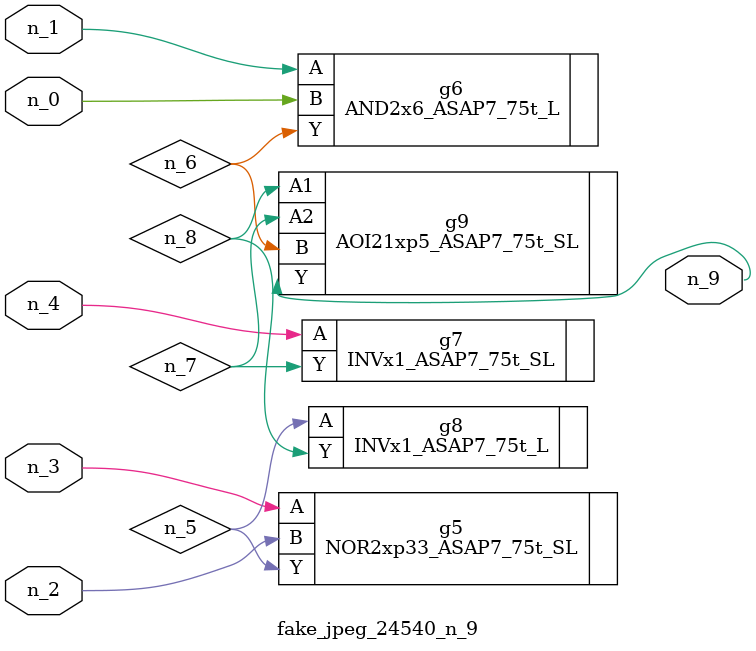
<source format=v>
module fake_jpeg_24540_n_9 (n_3, n_2, n_1, n_0, n_4, n_9);

input n_3;
input n_2;
input n_1;
input n_0;
input n_4;

output n_9;

wire n_8;
wire n_6;
wire n_5;
wire n_7;

NOR2xp33_ASAP7_75t_SL g5 ( 
.A(n_3),
.B(n_2),
.Y(n_5)
);

AND2x6_ASAP7_75t_L g6 ( 
.A(n_1),
.B(n_0),
.Y(n_6)
);

INVx1_ASAP7_75t_SL g7 ( 
.A(n_4),
.Y(n_7)
);

INVx1_ASAP7_75t_L g8 ( 
.A(n_5),
.Y(n_8)
);

AOI21xp5_ASAP7_75t_SL g9 ( 
.A1(n_8),
.A2(n_7),
.B(n_6),
.Y(n_9)
);


endmodule
</source>
